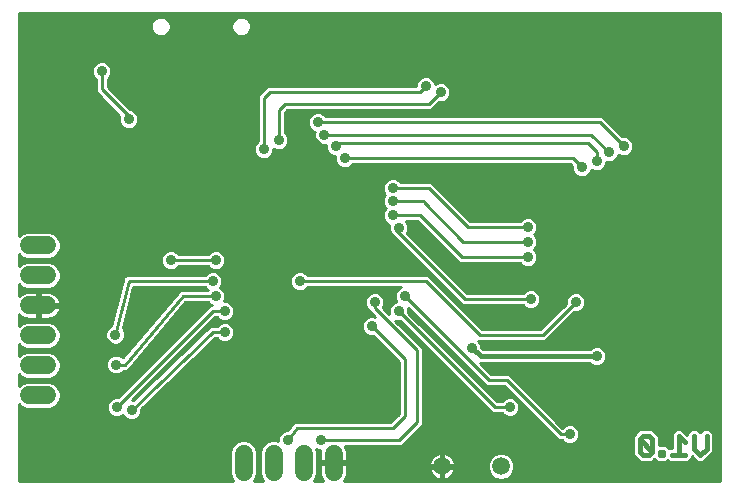
<source format=gbl>
G75*
%MOIN*%
%OFA0B0*%
%FSLAX25Y25*%
%IPPOS*%
%LPD*%
%AMOC8*
5,1,8,0,0,1.08239X$1,22.5*
%
%ADD10C,0.01600*%
%ADD11C,0.05937*%
%ADD12C,0.06000*%
%ADD13C,0.01000*%
%ADD14C,0.03569*%
D10*
X0189500Y0083100D02*
X0192500Y0080500D01*
X0231200Y0080500D01*
X0246591Y0053925D02*
X0245544Y0052879D01*
X0249730Y0048693D01*
X0248684Y0047646D01*
X0246591Y0047646D01*
X0245544Y0048693D01*
X0245544Y0052879D01*
X0246591Y0053925D02*
X0248684Y0053925D01*
X0249730Y0052879D01*
X0249730Y0048693D01*
X0252309Y0048693D02*
X0252309Y0047646D01*
X0253355Y0047646D01*
X0253355Y0048693D01*
X0252309Y0048693D01*
X0256419Y0047646D02*
X0260606Y0047646D01*
X0258513Y0047646D02*
X0258513Y0053925D01*
X0260606Y0051832D01*
X0263670Y0049739D02*
X0263670Y0053925D01*
X0267856Y0053925D02*
X0267856Y0049739D01*
X0265763Y0047646D01*
X0263670Y0049739D01*
D11*
X0199337Y0043854D03*
X0179652Y0043854D03*
D12*
X0143500Y0042000D02*
X0143500Y0048000D01*
X0133500Y0048000D02*
X0133500Y0042000D01*
X0123500Y0042000D02*
X0123500Y0048000D01*
X0113500Y0048000D02*
X0113500Y0042000D01*
X0048000Y0067500D02*
X0042000Y0067500D01*
X0042000Y0077500D02*
X0048000Y0077500D01*
X0048000Y0087500D02*
X0042000Y0087500D01*
X0042000Y0097500D02*
X0048000Y0097500D01*
X0048000Y0107500D02*
X0042000Y0107500D01*
X0042000Y0117500D02*
X0048000Y0117500D01*
D13*
X0038700Y0064436D02*
X0038700Y0039000D01*
X0110136Y0039000D01*
X0109685Y0039451D01*
X0109000Y0041105D01*
X0109000Y0048895D01*
X0109685Y0050549D01*
X0110951Y0051815D01*
X0112605Y0052500D01*
X0114395Y0052500D01*
X0116049Y0051815D01*
X0117315Y0050549D01*
X0118000Y0048895D01*
X0118000Y0041105D01*
X0117315Y0039451D01*
X0116864Y0039000D01*
X0120136Y0039000D01*
X0119685Y0039451D01*
X0119000Y0041105D01*
X0119000Y0048895D01*
X0119685Y0050549D01*
X0120951Y0051815D01*
X0122605Y0052500D01*
X0124395Y0052500D01*
X0124916Y0052284D01*
X0124916Y0053153D01*
X0125416Y0054360D01*
X0126340Y0055284D01*
X0127547Y0055784D01*
X0128163Y0055784D01*
X0129200Y0057167D01*
X0129200Y0057328D01*
X0129685Y0057814D01*
X0130097Y0058363D01*
X0130257Y0058386D01*
X0130372Y0058500D01*
X0131058Y0058500D01*
X0131737Y0058597D01*
X0131867Y0058500D01*
X0162372Y0058500D01*
X0165200Y0061328D01*
X0165200Y0078672D01*
X0156656Y0087216D01*
X0155547Y0087216D01*
X0154340Y0087716D01*
X0153416Y0088640D01*
X0152916Y0089847D01*
X0152916Y0091153D01*
X0153416Y0092360D01*
X0154340Y0093284D01*
X0155547Y0093784D01*
X0156853Y0093784D01*
X0157253Y0093619D01*
X0155200Y0095672D01*
X0155200Y0095855D01*
X0154416Y0096640D01*
X0153916Y0097847D01*
X0153916Y0099153D01*
X0154416Y0100360D01*
X0155340Y0101284D01*
X0156547Y0101784D01*
X0157853Y0101784D01*
X0159060Y0101284D01*
X0159984Y0100360D01*
X0160484Y0099153D01*
X0160484Y0097847D01*
X0159984Y0096640D01*
X0159937Y0096592D01*
X0162081Y0094447D01*
X0161916Y0094847D01*
X0161916Y0096153D01*
X0162416Y0097360D01*
X0163340Y0098284D01*
X0164384Y0098717D01*
X0163916Y0099847D01*
X0163916Y0101153D01*
X0164416Y0102360D01*
X0165340Y0103284D01*
X0165861Y0103500D01*
X0134845Y0103500D01*
X0134060Y0102716D01*
X0132853Y0102216D01*
X0131547Y0102216D01*
X0130340Y0102716D01*
X0129416Y0103640D01*
X0128916Y0104847D01*
X0128916Y0106153D01*
X0129416Y0107360D01*
X0130340Y0108284D01*
X0131547Y0108784D01*
X0132853Y0108784D01*
X0134060Y0108284D01*
X0134845Y0107500D01*
X0175028Y0107500D01*
X0193028Y0089500D01*
X0212372Y0089500D01*
X0220916Y0098044D01*
X0220916Y0099153D01*
X0221416Y0100360D01*
X0222340Y0101284D01*
X0223547Y0101784D01*
X0224853Y0101784D01*
X0226060Y0101284D01*
X0226984Y0100360D01*
X0227484Y0099153D01*
X0227484Y0097847D01*
X0226984Y0096640D01*
X0226060Y0095716D01*
X0224853Y0095216D01*
X0223744Y0095216D01*
X0214028Y0085500D01*
X0191745Y0085500D01*
X0192284Y0084960D01*
X0192784Y0083753D01*
X0192784Y0083297D01*
X0193358Y0082800D01*
X0228855Y0082800D01*
X0229340Y0083284D01*
X0230547Y0083784D01*
X0231853Y0083784D01*
X0233060Y0083284D01*
X0233984Y0082360D01*
X0234484Y0081153D01*
X0234484Y0079847D01*
X0233984Y0078640D01*
X0233060Y0077716D01*
X0231853Y0077216D01*
X0230547Y0077216D01*
X0229340Y0077716D01*
X0228855Y0078200D01*
X0192582Y0078200D01*
X0192345Y0078183D01*
X0196028Y0074500D01*
X0202028Y0074500D01*
X0203200Y0073328D01*
X0219792Y0056737D01*
X0220340Y0057284D01*
X0221547Y0057784D01*
X0222853Y0057784D01*
X0224060Y0057284D01*
X0224984Y0056360D01*
X0225484Y0055153D01*
X0225484Y0053847D01*
X0224984Y0052640D01*
X0224060Y0051716D01*
X0222853Y0051216D01*
X0221547Y0051216D01*
X0220340Y0051716D01*
X0219555Y0052500D01*
X0218372Y0052500D01*
X0200372Y0070500D01*
X0194372Y0070500D01*
X0168319Y0096553D01*
X0168484Y0096153D01*
X0168484Y0095044D01*
X0198028Y0065500D01*
X0199555Y0065500D01*
X0200340Y0066284D01*
X0201547Y0066784D01*
X0202853Y0066784D01*
X0204060Y0066284D01*
X0204984Y0065360D01*
X0205484Y0064153D01*
X0205484Y0062847D01*
X0204984Y0061640D01*
X0204060Y0060716D01*
X0202853Y0060216D01*
X0201547Y0060216D01*
X0200340Y0060716D01*
X0199555Y0061500D01*
X0196372Y0061500D01*
X0165656Y0092216D01*
X0164547Y0092216D01*
X0164147Y0092381D01*
X0172028Y0084500D01*
X0173200Y0083328D01*
X0173200Y0057672D01*
X0167200Y0051672D01*
X0166028Y0050500D01*
X0147246Y0050500D01*
X0147349Y0050359D01*
X0147670Y0049727D01*
X0147889Y0049054D01*
X0148000Y0048354D01*
X0148000Y0045500D01*
X0144000Y0045500D01*
X0144000Y0044500D01*
X0148000Y0044500D01*
X0148000Y0041646D01*
X0147889Y0040946D01*
X0147670Y0040273D01*
X0147349Y0039641D01*
X0146932Y0039068D01*
X0146864Y0039000D01*
X0272401Y0039000D01*
X0272401Y0194850D01*
X0038700Y0194850D01*
X0038700Y0120564D01*
X0039451Y0121315D01*
X0041105Y0122000D01*
X0048895Y0122000D01*
X0050549Y0121315D01*
X0051815Y0120049D01*
X0052500Y0118395D01*
X0052500Y0116605D01*
X0051815Y0114951D01*
X0050549Y0113685D01*
X0048895Y0113000D01*
X0041105Y0113000D01*
X0039451Y0113685D01*
X0038700Y0114436D01*
X0038700Y0110564D01*
X0039451Y0111315D01*
X0041105Y0112000D01*
X0048895Y0112000D01*
X0050549Y0111315D01*
X0051815Y0110049D01*
X0052500Y0108395D01*
X0052500Y0106605D01*
X0051815Y0104951D01*
X0050549Y0103685D01*
X0048895Y0103000D01*
X0041105Y0103000D01*
X0039451Y0103685D01*
X0038700Y0104436D01*
X0038700Y0100564D01*
X0039068Y0100932D01*
X0039641Y0101349D01*
X0040273Y0101670D01*
X0040946Y0101889D01*
X0041646Y0102000D01*
X0044500Y0102000D01*
X0044500Y0098000D01*
X0045500Y0098000D01*
X0045500Y0102000D01*
X0048354Y0102000D01*
X0049054Y0101889D01*
X0049727Y0101670D01*
X0050359Y0101349D01*
X0050932Y0100932D01*
X0051432Y0100432D01*
X0051849Y0099859D01*
X0052170Y0099227D01*
X0052389Y0098554D01*
X0052477Y0098000D01*
X0045500Y0098000D01*
X0045500Y0097000D01*
X0052477Y0097000D01*
X0052389Y0096446D01*
X0052170Y0095773D01*
X0051849Y0095141D01*
X0051432Y0094568D01*
X0050932Y0094068D01*
X0050359Y0093651D01*
X0049727Y0093330D01*
X0049054Y0093111D01*
X0048354Y0093000D01*
X0045500Y0093000D01*
X0045500Y0097000D01*
X0044500Y0097000D01*
X0044500Y0093000D01*
X0041646Y0093000D01*
X0040946Y0093111D01*
X0040273Y0093330D01*
X0039641Y0093651D01*
X0039068Y0094068D01*
X0038700Y0094436D01*
X0038700Y0090564D01*
X0039451Y0091315D01*
X0041105Y0092000D01*
X0048895Y0092000D01*
X0050549Y0091315D01*
X0051815Y0090049D01*
X0052500Y0088395D01*
X0052500Y0086605D01*
X0051815Y0084951D01*
X0050549Y0083685D01*
X0048895Y0083000D01*
X0041105Y0083000D01*
X0039451Y0083685D01*
X0038700Y0084436D01*
X0038700Y0080564D01*
X0039451Y0081315D01*
X0041105Y0082000D01*
X0048895Y0082000D01*
X0050549Y0081315D01*
X0051815Y0080049D01*
X0052500Y0078395D01*
X0052500Y0076605D01*
X0051815Y0074951D01*
X0050549Y0073685D01*
X0048895Y0073000D01*
X0041105Y0073000D01*
X0039451Y0073685D01*
X0038700Y0074436D01*
X0038700Y0070564D01*
X0039451Y0071315D01*
X0041105Y0072000D01*
X0048895Y0072000D01*
X0050549Y0071315D01*
X0051815Y0070049D01*
X0052500Y0068395D01*
X0052500Y0066605D01*
X0051815Y0064951D01*
X0050549Y0063685D01*
X0048895Y0063000D01*
X0041105Y0063000D01*
X0039451Y0063685D01*
X0038700Y0064436D01*
X0038700Y0063461D02*
X0039991Y0063461D01*
X0038700Y0062463D02*
X0068075Y0062463D01*
X0067916Y0062847D02*
X0068416Y0061640D01*
X0069340Y0060716D01*
X0070547Y0060216D01*
X0071853Y0060216D01*
X0073060Y0060716D01*
X0073289Y0060945D01*
X0073416Y0060640D01*
X0074340Y0059716D01*
X0075547Y0059216D01*
X0076853Y0059216D01*
X0078060Y0059716D01*
X0078984Y0060640D01*
X0079484Y0061847D01*
X0079484Y0062886D01*
X0104006Y0086500D01*
X0104555Y0086500D01*
X0105340Y0085716D01*
X0106547Y0085216D01*
X0107853Y0085216D01*
X0109060Y0085716D01*
X0109984Y0086640D01*
X0110484Y0087847D01*
X0110484Y0089153D01*
X0109984Y0090360D01*
X0109060Y0091284D01*
X0107853Y0091784D01*
X0106547Y0091784D01*
X0105340Y0091284D01*
X0104555Y0090500D01*
X0103219Y0090500D01*
X0102409Y0090515D01*
X0102394Y0090500D01*
X0102372Y0090500D01*
X0101799Y0089928D01*
X0076727Y0065784D01*
X0076313Y0065784D01*
X0104028Y0093500D01*
X0104555Y0093500D01*
X0105340Y0092716D01*
X0106547Y0092216D01*
X0107853Y0092216D01*
X0109060Y0092716D01*
X0109984Y0093640D01*
X0110484Y0094847D01*
X0110484Y0096153D01*
X0109984Y0097360D01*
X0109060Y0098284D01*
X0107853Y0098784D01*
X0107044Y0098784D01*
X0107484Y0099847D01*
X0107484Y0101153D01*
X0106984Y0102360D01*
X0106060Y0103284D01*
X0105755Y0103411D01*
X0105984Y0103640D01*
X0106484Y0104847D01*
X0106484Y0106153D01*
X0105984Y0107360D01*
X0105060Y0108284D01*
X0103853Y0108784D01*
X0102547Y0108784D01*
X0101340Y0108284D01*
X0100555Y0107500D01*
X0075444Y0107500D01*
X0074877Y0107641D01*
X0074644Y0107500D01*
X0074372Y0107500D01*
X0073959Y0107087D01*
X0073458Y0106786D01*
X0073393Y0106521D01*
X0073200Y0106328D01*
X0073200Y0105744D01*
X0069466Y0090691D01*
X0068920Y0090464D01*
X0067996Y0089540D01*
X0067496Y0088333D01*
X0067496Y0087027D01*
X0067996Y0085820D01*
X0068920Y0084896D01*
X0070127Y0084396D01*
X0071433Y0084396D01*
X0072640Y0084896D01*
X0073564Y0085820D01*
X0074064Y0087027D01*
X0074064Y0088333D01*
X0073564Y0089540D01*
X0073354Y0089750D01*
X0076765Y0103500D01*
X0100555Y0103500D01*
X0101340Y0102716D01*
X0101645Y0102589D01*
X0101555Y0102500D01*
X0093936Y0102500D01*
X0093865Y0102560D01*
X0093119Y0102500D01*
X0092372Y0102500D01*
X0092306Y0102434D01*
X0092213Y0102427D01*
X0091729Y0101857D01*
X0091200Y0101328D01*
X0091200Y0101236D01*
X0073223Y0080102D01*
X0072800Y0080524D01*
X0071593Y0081024D01*
X0070287Y0081024D01*
X0069080Y0080524D01*
X0068156Y0079600D01*
X0067656Y0078393D01*
X0067656Y0077087D01*
X0068156Y0075880D01*
X0069080Y0074956D01*
X0070287Y0074456D01*
X0071593Y0074456D01*
X0072800Y0074956D01*
X0073555Y0075710D01*
X0073921Y0075740D01*
X0074668Y0075740D01*
X0074734Y0075806D01*
X0074827Y0075813D01*
X0075311Y0076383D01*
X0075840Y0076912D01*
X0075840Y0077004D01*
X0094124Y0098500D01*
X0101555Y0098500D01*
X0102340Y0097716D01*
X0102861Y0097500D01*
X0102372Y0097500D01*
X0071656Y0066784D01*
X0070547Y0066784D01*
X0069340Y0066284D01*
X0068416Y0065360D01*
X0067916Y0064153D01*
X0067916Y0062847D01*
X0067916Y0063461D02*
X0050009Y0063461D01*
X0051324Y0064460D02*
X0068043Y0064460D01*
X0068514Y0065458D02*
X0052025Y0065458D01*
X0052439Y0066457D02*
X0069756Y0066457D01*
X0072327Y0067455D02*
X0052500Y0067455D01*
X0052476Y0068454D02*
X0073325Y0068454D01*
X0074324Y0069452D02*
X0052062Y0069452D01*
X0051413Y0070451D02*
X0075322Y0070451D01*
X0076321Y0071449D02*
X0050224Y0071449D01*
X0049973Y0073446D02*
X0078318Y0073446D01*
X0077319Y0072448D02*
X0038700Y0072448D01*
X0038700Y0073446D02*
X0040027Y0073446D01*
X0039776Y0071449D02*
X0038700Y0071449D01*
X0051309Y0074445D02*
X0079316Y0074445D01*
X0080315Y0075443D02*
X0073288Y0075443D01*
X0075370Y0076442D02*
X0081314Y0076442D01*
X0082312Y0077440D02*
X0076211Y0077440D01*
X0077060Y0078439D02*
X0083311Y0078439D01*
X0084309Y0079437D02*
X0077910Y0079437D01*
X0078759Y0080436D02*
X0085308Y0080436D01*
X0086306Y0081434D02*
X0079608Y0081434D01*
X0080458Y0082433D02*
X0087305Y0082433D01*
X0088303Y0083432D02*
X0081307Y0083432D01*
X0082156Y0084430D02*
X0089302Y0084430D01*
X0090300Y0085429D02*
X0083006Y0085429D01*
X0083855Y0086427D02*
X0091299Y0086427D01*
X0092297Y0087426D02*
X0084704Y0087426D01*
X0085554Y0088424D02*
X0093296Y0088424D01*
X0094294Y0089423D02*
X0086403Y0089423D01*
X0087252Y0090421D02*
X0095293Y0090421D01*
X0096291Y0091420D02*
X0088102Y0091420D01*
X0088951Y0092418D02*
X0097290Y0092418D01*
X0098288Y0093417D02*
X0089800Y0093417D01*
X0090650Y0094415D02*
X0099287Y0094415D01*
X0100285Y0095414D02*
X0091499Y0095414D01*
X0092348Y0096412D02*
X0101284Y0096412D01*
X0102282Y0097411D02*
X0093198Y0097411D01*
X0094047Y0098409D02*
X0101646Y0098409D01*
X0103200Y0095500D02*
X0071200Y0063500D01*
X0072457Y0060466D02*
X0073590Y0060466D01*
X0074940Y0059467D02*
X0038700Y0059467D01*
X0038700Y0058469D02*
X0130340Y0058469D01*
X0129342Y0057470D02*
X0038700Y0057470D01*
X0038700Y0056472D02*
X0128679Y0056472D01*
X0126796Y0055473D02*
X0038700Y0055473D01*
X0038700Y0054475D02*
X0125530Y0054475D01*
X0125050Y0053476D02*
X0038700Y0053476D01*
X0038700Y0052478D02*
X0112551Y0052478D01*
X0114449Y0052478D02*
X0122551Y0052478D01*
X0124449Y0052478D02*
X0124916Y0052478D01*
X0128200Y0052500D02*
X0131200Y0056500D01*
X0163200Y0056500D01*
X0167200Y0060500D01*
X0167200Y0079500D01*
X0156200Y0090500D01*
X0152916Y0090421D02*
X0109924Y0090421D01*
X0110373Y0089423D02*
X0153091Y0089423D01*
X0153631Y0088424D02*
X0110484Y0088424D01*
X0110310Y0087426D02*
X0155040Y0087426D01*
X0157445Y0086427D02*
X0109772Y0086427D01*
X0108367Y0085429D02*
X0158443Y0085429D01*
X0159442Y0084430D02*
X0101857Y0084430D01*
X0102894Y0085429D02*
X0106033Y0085429D01*
X0104628Y0086427D02*
X0103931Y0086427D01*
X0103200Y0088500D02*
X0076200Y0062500D01*
X0079484Y0062463D02*
X0165200Y0062463D01*
X0165200Y0063461D02*
X0080082Y0063461D01*
X0081119Y0064460D02*
X0165200Y0064460D01*
X0165200Y0065458D02*
X0082155Y0065458D01*
X0083192Y0066457D02*
X0165200Y0066457D01*
X0165200Y0067455D02*
X0084229Y0067455D01*
X0085266Y0068454D02*
X0165200Y0068454D01*
X0165200Y0069452D02*
X0086303Y0069452D01*
X0087340Y0070451D02*
X0165200Y0070451D01*
X0165200Y0071449D02*
X0088377Y0071449D01*
X0089414Y0072448D02*
X0165200Y0072448D01*
X0165200Y0073446D02*
X0090451Y0073446D01*
X0091488Y0074445D02*
X0165200Y0074445D01*
X0165200Y0075443D02*
X0092525Y0075443D01*
X0093561Y0076442D02*
X0165200Y0076442D01*
X0165200Y0077440D02*
X0094598Y0077440D01*
X0095635Y0078439D02*
X0165200Y0078439D01*
X0164434Y0079437D02*
X0096672Y0079437D01*
X0097709Y0080436D02*
X0163436Y0080436D01*
X0162437Y0081434D02*
X0098746Y0081434D01*
X0099783Y0082433D02*
X0161439Y0082433D01*
X0160440Y0083432D02*
X0100820Y0083432D01*
X0098164Y0086427D02*
X0096955Y0086427D01*
X0097127Y0085429D02*
X0095957Y0085429D01*
X0096090Y0084430D02*
X0094958Y0084430D01*
X0095053Y0083432D02*
X0093960Y0083432D01*
X0094016Y0082433D02*
X0092961Y0082433D01*
X0092979Y0081434D02*
X0091963Y0081434D01*
X0091943Y0080436D02*
X0090964Y0080436D01*
X0090906Y0079437D02*
X0089966Y0079437D01*
X0089869Y0078439D02*
X0088967Y0078439D01*
X0088832Y0077440D02*
X0087969Y0077440D01*
X0087795Y0076442D02*
X0086970Y0076442D01*
X0086758Y0075443D02*
X0085972Y0075443D01*
X0085721Y0074445D02*
X0084973Y0074445D01*
X0084684Y0073446D02*
X0083975Y0073446D01*
X0083647Y0072448D02*
X0082976Y0072448D01*
X0082610Y0071449D02*
X0081978Y0071449D01*
X0081573Y0070451D02*
X0080979Y0070451D01*
X0080536Y0069452D02*
X0079981Y0069452D01*
X0079500Y0068454D02*
X0078982Y0068454D01*
X0078463Y0067455D02*
X0077984Y0067455D01*
X0077426Y0066457D02*
X0076985Y0066457D01*
X0079326Y0061464D02*
X0165200Y0061464D01*
X0164337Y0060466D02*
X0078810Y0060466D01*
X0077460Y0059467D02*
X0163339Y0059467D01*
X0165200Y0052500D02*
X0171200Y0058500D01*
X0171200Y0082500D01*
X0157200Y0096500D01*
X0157200Y0098500D01*
X0160484Y0098409D02*
X0163641Y0098409D01*
X0164098Y0099408D02*
X0160379Y0099408D01*
X0159938Y0100406D02*
X0163916Y0100406D01*
X0164020Y0101405D02*
X0158770Y0101405D01*
X0155630Y0101405D02*
X0107380Y0101405D01*
X0107484Y0100406D02*
X0154462Y0100406D01*
X0154021Y0099408D02*
X0107302Y0099408D01*
X0108759Y0098409D02*
X0153916Y0098409D01*
X0154096Y0097411D02*
X0109934Y0097411D01*
X0110377Y0096412D02*
X0154643Y0096412D01*
X0155458Y0095414D02*
X0110484Y0095414D01*
X0110305Y0094415D02*
X0156456Y0094415D01*
X0154659Y0093417D02*
X0109761Y0093417D01*
X0108342Y0092418D02*
X0153473Y0092418D01*
X0153026Y0091420D02*
X0108734Y0091420D01*
X0106058Y0092418D02*
X0102947Y0092418D01*
X0103945Y0093417D02*
X0104639Y0093417D01*
X0105666Y0091420D02*
X0101948Y0091420D01*
X0102293Y0090421D02*
X0100950Y0090421D01*
X0101275Y0089423D02*
X0099951Y0089423D01*
X0100238Y0088424D02*
X0098952Y0088424D01*
X0099201Y0087426D02*
X0097954Y0087426D01*
X0103200Y0088500D02*
X0107200Y0088500D01*
X0107200Y0095500D02*
X0103200Y0095500D01*
X0104200Y0100500D02*
X0093200Y0100500D01*
X0073840Y0077740D01*
X0070940Y0077740D01*
X0068592Y0075443D02*
X0052019Y0075443D01*
X0052432Y0076442D02*
X0067923Y0076442D01*
X0067656Y0077440D02*
X0052500Y0077440D01*
X0052482Y0078439D02*
X0067675Y0078439D01*
X0068088Y0079437D02*
X0052068Y0079437D01*
X0051428Y0080436D02*
X0068991Y0080436D01*
X0072889Y0080436D02*
X0073508Y0080436D01*
X0074357Y0081434D02*
X0050260Y0081434D01*
X0049937Y0083432D02*
X0076056Y0083432D01*
X0076905Y0084430D02*
X0071516Y0084430D01*
X0070044Y0084430D02*
X0051294Y0084430D01*
X0052013Y0085429D02*
X0068387Y0085429D01*
X0067744Y0086427D02*
X0052426Y0086427D01*
X0052500Y0087426D02*
X0067496Y0087426D01*
X0067533Y0088424D02*
X0052488Y0088424D01*
X0052074Y0089423D02*
X0067947Y0089423D01*
X0068876Y0090421D02*
X0051443Y0090421D01*
X0050296Y0091420D02*
X0069647Y0091420D01*
X0069895Y0092418D02*
X0038700Y0092418D01*
X0038700Y0091420D02*
X0039704Y0091420D01*
X0040102Y0093417D02*
X0038700Y0093417D01*
X0038700Y0094415D02*
X0038721Y0094415D01*
X0044500Y0094415D02*
X0045500Y0094415D01*
X0045500Y0093417D02*
X0044500Y0093417D01*
X0044500Y0095414D02*
X0045500Y0095414D01*
X0045500Y0096412D02*
X0044500Y0096412D01*
X0045500Y0097411D02*
X0071133Y0097411D01*
X0071381Y0098409D02*
X0052412Y0098409D01*
X0052078Y0099408D02*
X0071628Y0099408D01*
X0071876Y0100406D02*
X0051451Y0100406D01*
X0050249Y0101405D02*
X0072124Y0101405D01*
X0072371Y0102403D02*
X0038700Y0102403D01*
X0038700Y0101405D02*
X0039751Y0101405D01*
X0040135Y0103402D02*
X0038700Y0103402D01*
X0038700Y0104400D02*
X0038736Y0104400D01*
X0044500Y0101405D02*
X0045500Y0101405D01*
X0045500Y0100406D02*
X0044500Y0100406D01*
X0044500Y0099408D02*
X0045500Y0099408D01*
X0045500Y0098409D02*
X0044500Y0098409D01*
X0049898Y0093417D02*
X0070142Y0093417D01*
X0070390Y0094415D02*
X0051279Y0094415D01*
X0051987Y0095414D02*
X0070638Y0095414D01*
X0070885Y0096412D02*
X0052378Y0096412D01*
X0049865Y0103402D02*
X0072619Y0103402D01*
X0072867Y0104400D02*
X0051264Y0104400D01*
X0052000Y0105399D02*
X0073114Y0105399D01*
X0073269Y0106397D02*
X0052414Y0106397D01*
X0052500Y0107396D02*
X0074267Y0107396D01*
X0075200Y0105500D02*
X0070780Y0087680D01*
X0073816Y0086427D02*
X0078604Y0086427D01*
X0079453Y0087426D02*
X0074064Y0087426D01*
X0074027Y0088424D02*
X0080302Y0088424D01*
X0081152Y0089423D02*
X0073613Y0089423D01*
X0073520Y0090421D02*
X0082001Y0090421D01*
X0082850Y0091420D02*
X0073768Y0091420D01*
X0074016Y0092418D02*
X0083700Y0092418D01*
X0084549Y0093417D02*
X0074263Y0093417D01*
X0074511Y0094415D02*
X0085398Y0094415D01*
X0086248Y0095414D02*
X0074759Y0095414D01*
X0075006Y0096412D02*
X0087097Y0096412D01*
X0087947Y0097411D02*
X0075254Y0097411D01*
X0075502Y0098409D02*
X0088796Y0098409D01*
X0089645Y0099408D02*
X0075749Y0099408D01*
X0075997Y0100406D02*
X0090495Y0100406D01*
X0091276Y0101405D02*
X0076245Y0101405D01*
X0076492Y0102403D02*
X0092193Y0102403D01*
X0100654Y0103402D02*
X0076740Y0103402D01*
X0075200Y0105500D02*
X0103200Y0105500D01*
X0106484Y0105399D02*
X0128916Y0105399D01*
X0129017Y0106397D02*
X0106383Y0106397D01*
X0105949Y0107396D02*
X0129451Y0107396D01*
X0130605Y0108394D02*
X0104795Y0108394D01*
X0104853Y0109216D02*
X0103547Y0109216D01*
X0102340Y0109716D01*
X0101555Y0110500D01*
X0091845Y0110500D01*
X0091060Y0109716D01*
X0089853Y0109216D01*
X0088547Y0109216D01*
X0087340Y0109716D01*
X0086416Y0110640D01*
X0085916Y0111847D01*
X0085916Y0113153D01*
X0086416Y0114360D01*
X0087340Y0115284D01*
X0088547Y0115784D01*
X0089853Y0115784D01*
X0091060Y0115284D01*
X0091845Y0114500D01*
X0101555Y0114500D01*
X0102340Y0115284D01*
X0103547Y0115784D01*
X0104853Y0115784D01*
X0106060Y0115284D01*
X0106984Y0114360D01*
X0107484Y0113153D01*
X0107484Y0111847D01*
X0106984Y0110640D01*
X0106060Y0109716D01*
X0104853Y0109216D01*
X0105281Y0109393D02*
X0174479Y0109393D01*
X0175477Y0108394D02*
X0133795Y0108394D01*
X0132200Y0105500D02*
X0174200Y0105500D01*
X0192200Y0087500D01*
X0213200Y0087500D01*
X0224200Y0098500D01*
X0227484Y0098409D02*
X0272401Y0098409D01*
X0272401Y0097411D02*
X0227304Y0097411D01*
X0226757Y0096412D02*
X0272401Y0096412D01*
X0272401Y0095414D02*
X0225331Y0095414D01*
X0222944Y0094415D02*
X0272401Y0094415D01*
X0272401Y0093417D02*
X0221945Y0093417D01*
X0220947Y0092418D02*
X0272401Y0092418D01*
X0272401Y0091420D02*
X0219948Y0091420D01*
X0218950Y0090421D02*
X0272401Y0090421D01*
X0272401Y0089423D02*
X0217951Y0089423D01*
X0216952Y0088424D02*
X0272401Y0088424D01*
X0272401Y0087426D02*
X0215954Y0087426D01*
X0214955Y0086427D02*
X0272401Y0086427D01*
X0272401Y0085429D02*
X0191816Y0085429D01*
X0192504Y0084430D02*
X0272401Y0084430D01*
X0272401Y0083432D02*
X0232705Y0083432D01*
X0233912Y0082433D02*
X0272401Y0082433D01*
X0272401Y0081434D02*
X0234368Y0081434D01*
X0234484Y0080436D02*
X0272401Y0080436D01*
X0272401Y0079437D02*
X0234315Y0079437D01*
X0233784Y0078439D02*
X0272401Y0078439D01*
X0272401Y0077440D02*
X0232396Y0077440D01*
X0230004Y0077440D02*
X0193088Y0077440D01*
X0194086Y0076442D02*
X0272401Y0076442D01*
X0272401Y0075443D02*
X0195085Y0075443D01*
X0191425Y0073446D02*
X0190082Y0073446D01*
X0190427Y0074445D02*
X0189083Y0074445D01*
X0189428Y0075443D02*
X0188085Y0075443D01*
X0188430Y0076442D02*
X0187086Y0076442D01*
X0187431Y0077440D02*
X0186088Y0077440D01*
X0186433Y0078439D02*
X0185089Y0078439D01*
X0185434Y0079437D02*
X0184091Y0079437D01*
X0184436Y0080436D02*
X0183092Y0080436D01*
X0183437Y0081434D02*
X0182094Y0081434D01*
X0182439Y0082433D02*
X0181095Y0082433D01*
X0181440Y0083432D02*
X0180097Y0083432D01*
X0180442Y0084430D02*
X0179098Y0084430D01*
X0179443Y0085429D02*
X0178100Y0085429D01*
X0178445Y0086427D02*
X0177101Y0086427D01*
X0177446Y0087426D02*
X0176103Y0087426D01*
X0176447Y0088424D02*
X0175104Y0088424D01*
X0175449Y0089423D02*
X0174106Y0089423D01*
X0174450Y0090421D02*
X0173107Y0090421D01*
X0173452Y0091420D02*
X0172109Y0091420D01*
X0172453Y0092418D02*
X0171110Y0092418D01*
X0171455Y0093417D02*
X0170112Y0093417D01*
X0170456Y0094415D02*
X0169113Y0094415D01*
X0169458Y0095414D02*
X0168484Y0095414D01*
X0168459Y0096412D02*
X0168377Y0096412D01*
X0165200Y0095500D02*
X0197200Y0063500D01*
X0202200Y0063500D01*
X0203457Y0060466D02*
X0210406Y0060466D01*
X0209407Y0061464D02*
X0204809Y0061464D01*
X0205325Y0062463D02*
X0208409Y0062463D01*
X0207410Y0063461D02*
X0205484Y0063461D01*
X0205357Y0064460D02*
X0206412Y0064460D01*
X0205413Y0065458D02*
X0204886Y0065458D01*
X0204415Y0066457D02*
X0203644Y0066457D01*
X0203416Y0067455D02*
X0196073Y0067455D01*
X0197072Y0066457D02*
X0200756Y0066457D01*
X0202418Y0068454D02*
X0195075Y0068454D01*
X0194076Y0069452D02*
X0201419Y0069452D01*
X0200421Y0070451D02*
X0193078Y0070451D01*
X0193422Y0071449D02*
X0192079Y0071449D01*
X0192424Y0072448D02*
X0191081Y0072448D01*
X0188419Y0069452D02*
X0173200Y0069452D01*
X0173200Y0068454D02*
X0189418Y0068454D01*
X0190416Y0067455D02*
X0173200Y0067455D01*
X0173200Y0066457D02*
X0191415Y0066457D01*
X0192413Y0065458D02*
X0173200Y0065458D01*
X0173200Y0064460D02*
X0193412Y0064460D01*
X0194410Y0063461D02*
X0173200Y0063461D01*
X0173200Y0062463D02*
X0195409Y0062463D01*
X0199591Y0061464D02*
X0173200Y0061464D01*
X0173200Y0060466D02*
X0200943Y0060466D01*
X0200200Y0059500D02*
X0201200Y0058500D01*
X0211404Y0059467D02*
X0173200Y0059467D01*
X0173200Y0058469D02*
X0212403Y0058469D01*
X0213401Y0057470D02*
X0172999Y0057470D01*
X0172000Y0056472D02*
X0214400Y0056472D01*
X0215398Y0055473D02*
X0171002Y0055473D01*
X0170003Y0054475D02*
X0216397Y0054475D01*
X0217395Y0053476D02*
X0169005Y0053476D01*
X0168006Y0052478D02*
X0219578Y0052478D01*
X0220911Y0051479D02*
X0167008Y0051479D01*
X0165200Y0052500D02*
X0139200Y0052500D01*
X0137904Y0049482D02*
X0137757Y0049482D01*
X0137726Y0049556D02*
X0138547Y0049216D01*
X0139163Y0049216D01*
X0139111Y0049054D01*
X0139000Y0048354D01*
X0139000Y0045500D01*
X0143000Y0045500D01*
X0143000Y0044500D01*
X0139000Y0044500D01*
X0139000Y0041646D01*
X0139111Y0040946D01*
X0139330Y0040273D01*
X0139651Y0039641D01*
X0140068Y0039068D01*
X0140136Y0039000D01*
X0136864Y0039000D01*
X0137315Y0039451D01*
X0138000Y0041105D01*
X0138000Y0048895D01*
X0137726Y0049556D01*
X0138000Y0048484D02*
X0139021Y0048484D01*
X0139000Y0047485D02*
X0138000Y0047485D01*
X0138000Y0046487D02*
X0139000Y0046487D01*
X0138000Y0045488D02*
X0143000Y0045488D01*
X0144000Y0045488D02*
X0175484Y0045488D01*
X0175511Y0045570D02*
X0175293Y0044901D01*
X0175204Y0044339D01*
X0179168Y0044339D01*
X0179168Y0048302D01*
X0178606Y0048213D01*
X0177937Y0047995D01*
X0177310Y0047676D01*
X0176741Y0047263D01*
X0176244Y0046765D01*
X0175830Y0046196D01*
X0175511Y0045570D01*
X0176041Y0046487D02*
X0148000Y0046487D01*
X0148000Y0047485D02*
X0177047Y0047485D01*
X0179168Y0047485D02*
X0180136Y0047485D01*
X0180136Y0048302D02*
X0180698Y0048213D01*
X0181367Y0047995D01*
X0181994Y0047676D01*
X0182563Y0047263D01*
X0183060Y0046765D01*
X0183474Y0046196D01*
X0183793Y0045570D01*
X0184010Y0044901D01*
X0184099Y0044339D01*
X0180136Y0044339D01*
X0179168Y0044339D01*
X0179168Y0043370D01*
X0180136Y0043370D01*
X0180136Y0039407D01*
X0180698Y0039496D01*
X0181367Y0039713D01*
X0181994Y0040033D01*
X0182563Y0040446D01*
X0183060Y0040943D01*
X0183474Y0041512D01*
X0183793Y0042139D01*
X0184010Y0042808D01*
X0184099Y0043370D01*
X0180136Y0043370D01*
X0180136Y0044339D01*
X0180136Y0048302D01*
X0180136Y0046487D02*
X0179168Y0046487D01*
X0179168Y0045488D02*
X0180136Y0045488D01*
X0180136Y0044490D02*
X0179168Y0044490D01*
X0179168Y0043491D02*
X0148000Y0043491D01*
X0148000Y0042493D02*
X0175396Y0042493D01*
X0175293Y0042808D02*
X0175511Y0042139D01*
X0175830Y0041512D01*
X0176244Y0040943D01*
X0176741Y0040446D01*
X0177310Y0040033D01*
X0177937Y0039713D01*
X0178606Y0039496D01*
X0179168Y0039407D01*
X0179168Y0043370D01*
X0175204Y0043370D01*
X0175293Y0042808D01*
X0175843Y0041494D02*
X0147976Y0041494D01*
X0147743Y0040496D02*
X0176691Y0040496D01*
X0178602Y0039497D02*
X0147244Y0039497D01*
X0148000Y0044490D02*
X0175228Y0044490D01*
X0179168Y0042493D02*
X0180136Y0042493D01*
X0180136Y0043491D02*
X0194869Y0043491D01*
X0194869Y0042965D02*
X0195549Y0041323D01*
X0196806Y0040066D01*
X0198448Y0039386D01*
X0200226Y0039386D01*
X0201868Y0040066D01*
X0203125Y0041323D01*
X0203805Y0042965D01*
X0203805Y0044743D01*
X0203125Y0046386D01*
X0201868Y0047643D01*
X0200226Y0048323D01*
X0198448Y0048323D01*
X0196806Y0047643D01*
X0195549Y0046386D01*
X0194869Y0044743D01*
X0194869Y0042965D01*
X0195064Y0042493D02*
X0183908Y0042493D01*
X0183460Y0041494D02*
X0195478Y0041494D01*
X0196376Y0040496D02*
X0182613Y0040496D01*
X0180702Y0039497D02*
X0198180Y0039497D01*
X0200494Y0039497D02*
X0272401Y0039497D01*
X0272401Y0040496D02*
X0202298Y0040496D01*
X0203196Y0041494D02*
X0272401Y0041494D01*
X0272401Y0042493D02*
X0203610Y0042493D01*
X0203805Y0043491D02*
X0272401Y0043491D01*
X0272401Y0044490D02*
X0203805Y0044490D01*
X0203497Y0045488D02*
X0245496Y0045488D01*
X0245638Y0045346D02*
X0244291Y0046693D01*
X0243244Y0047740D01*
X0243244Y0053831D01*
X0244283Y0054870D01*
X0244291Y0054878D01*
X0244291Y0054878D01*
X0244828Y0055416D01*
X0245638Y0056225D01*
X0249636Y0056225D01*
X0250423Y0055439D01*
X0250984Y0054878D01*
X0250984Y0054878D01*
X0251244Y0054618D01*
X0252030Y0053831D01*
X0252030Y0050993D01*
X0254308Y0050993D01*
X0255411Y0049890D01*
X0255467Y0049946D01*
X0256213Y0049946D01*
X0256213Y0054878D01*
X0257540Y0056206D01*
X0257560Y0056225D01*
X0259465Y0056225D01*
X0261370Y0054321D01*
X0261370Y0054878D01*
X0262717Y0056225D01*
X0264622Y0056225D01*
X0265763Y0055085D01*
X0266903Y0056225D01*
X0268809Y0056225D01*
X0270156Y0054878D01*
X0270156Y0050692D01*
X0270156Y0048786D01*
X0268063Y0046693D01*
X0266716Y0045346D01*
X0264810Y0045346D01*
X0262906Y0047250D01*
X0262906Y0046693D01*
X0261558Y0045346D01*
X0255467Y0045346D01*
X0254887Y0045925D01*
X0254308Y0045346D01*
X0251356Y0045346D01*
X0250496Y0046206D01*
X0249636Y0045346D01*
X0245638Y0045346D01*
X0244497Y0046487D02*
X0203024Y0046487D01*
X0202026Y0047485D02*
X0243499Y0047485D01*
X0243244Y0048484D02*
X0147979Y0048484D01*
X0147750Y0049482D02*
X0243244Y0049482D01*
X0243244Y0050481D02*
X0147260Y0050481D01*
X0139000Y0044490D02*
X0138000Y0044490D01*
X0138000Y0043491D02*
X0139000Y0043491D01*
X0139000Y0042493D02*
X0138000Y0042493D01*
X0138000Y0041494D02*
X0139024Y0041494D01*
X0139257Y0040496D02*
X0137748Y0040496D01*
X0137334Y0039497D02*
X0139756Y0039497D01*
X0119666Y0039497D02*
X0117334Y0039497D01*
X0117748Y0040496D02*
X0119252Y0040496D01*
X0119000Y0041494D02*
X0118000Y0041494D01*
X0118000Y0042493D02*
X0119000Y0042493D01*
X0119000Y0043491D02*
X0118000Y0043491D01*
X0118000Y0044490D02*
X0119000Y0044490D01*
X0119000Y0045488D02*
X0118000Y0045488D01*
X0118000Y0046487D02*
X0119000Y0046487D01*
X0119000Y0047485D02*
X0118000Y0047485D01*
X0118000Y0048484D02*
X0119000Y0048484D01*
X0119243Y0049482D02*
X0117757Y0049482D01*
X0117343Y0050481D02*
X0119657Y0050481D01*
X0120615Y0051479D02*
X0116385Y0051479D01*
X0110615Y0051479D02*
X0038700Y0051479D01*
X0038700Y0050481D02*
X0109657Y0050481D01*
X0109243Y0049482D02*
X0038700Y0049482D01*
X0038700Y0048484D02*
X0109000Y0048484D01*
X0109000Y0047485D02*
X0038700Y0047485D01*
X0038700Y0046487D02*
X0109000Y0046487D01*
X0109000Y0045488D02*
X0038700Y0045488D01*
X0038700Y0044490D02*
X0109000Y0044490D01*
X0109000Y0043491D02*
X0038700Y0043491D01*
X0038700Y0042493D02*
X0109000Y0042493D01*
X0109000Y0041494D02*
X0038700Y0041494D01*
X0038700Y0040496D02*
X0109252Y0040496D01*
X0109666Y0039497D02*
X0038700Y0039497D01*
X0038700Y0060466D02*
X0069943Y0060466D01*
X0068591Y0061464D02*
X0038700Y0061464D01*
X0038700Y0081434D02*
X0039740Y0081434D01*
X0038700Y0082433D02*
X0075206Y0082433D01*
X0073173Y0085429D02*
X0077754Y0085429D01*
X0105777Y0103402D02*
X0129654Y0103402D01*
X0129101Y0104400D02*
X0106299Y0104400D01*
X0106941Y0102403D02*
X0131094Y0102403D01*
X0133306Y0102403D02*
X0164459Y0102403D01*
X0165623Y0103402D02*
X0134746Y0103402D01*
X0160304Y0097411D02*
X0162466Y0097411D01*
X0162023Y0096412D02*
X0160116Y0096412D01*
X0161115Y0095414D02*
X0161916Y0095414D01*
X0165109Y0091420D02*
X0166452Y0091420D01*
X0166107Y0090421D02*
X0167450Y0090421D01*
X0167106Y0089423D02*
X0168449Y0089423D01*
X0168104Y0088424D02*
X0169447Y0088424D01*
X0169103Y0087426D02*
X0170446Y0087426D01*
X0170101Y0086427D02*
X0171445Y0086427D01*
X0171100Y0085429D02*
X0172443Y0085429D01*
X0172098Y0084430D02*
X0173442Y0084430D01*
X0173097Y0083432D02*
X0174440Y0083432D01*
X0175439Y0082433D02*
X0173200Y0082433D01*
X0173200Y0081434D02*
X0176437Y0081434D01*
X0177436Y0080436D02*
X0173200Y0080436D01*
X0173200Y0079437D02*
X0178434Y0079437D01*
X0179433Y0078439D02*
X0173200Y0078439D01*
X0173200Y0077440D02*
X0180431Y0077440D01*
X0181430Y0076442D02*
X0173200Y0076442D01*
X0173200Y0075443D02*
X0182428Y0075443D01*
X0183427Y0074445D02*
X0173200Y0074445D01*
X0173200Y0073446D02*
X0184425Y0073446D01*
X0185424Y0072448D02*
X0173200Y0072448D01*
X0173200Y0071449D02*
X0186422Y0071449D01*
X0187421Y0070451D02*
X0173200Y0070451D01*
X0195200Y0072500D02*
X0167200Y0100500D01*
X0176131Y0106397D02*
X0177474Y0106397D01*
X0177130Y0105399D02*
X0178473Y0105399D01*
X0178128Y0104400D02*
X0179471Y0104400D01*
X0179127Y0103402D02*
X0180470Y0103402D01*
X0180125Y0102403D02*
X0181468Y0102403D01*
X0181124Y0101405D02*
X0182467Y0101405D01*
X0182122Y0100406D02*
X0183465Y0100406D01*
X0183121Y0099408D02*
X0184464Y0099408D01*
X0185200Y0098672D02*
X0186372Y0097500D01*
X0206555Y0097500D01*
X0207340Y0096716D01*
X0208547Y0096216D01*
X0209853Y0096216D01*
X0211060Y0096716D01*
X0211984Y0097640D01*
X0212484Y0098847D01*
X0212484Y0100153D01*
X0211984Y0101360D01*
X0211060Y0102284D01*
X0209853Y0102784D01*
X0208547Y0102784D01*
X0207340Y0102284D01*
X0206555Y0101500D01*
X0188028Y0101500D01*
X0168019Y0121510D01*
X0168484Y0122634D01*
X0168484Y0123941D01*
X0167984Y0125148D01*
X0167632Y0125500D01*
X0171372Y0125500D01*
X0184200Y0112672D01*
X0185372Y0111500D01*
X0205555Y0111500D01*
X0206340Y0110716D01*
X0207547Y0110216D01*
X0208853Y0110216D01*
X0210060Y0110716D01*
X0210984Y0111640D01*
X0211484Y0112847D01*
X0211484Y0114153D01*
X0210984Y0115360D01*
X0210238Y0116106D01*
X0210984Y0116852D01*
X0211484Y0118059D01*
X0211484Y0119366D01*
X0210984Y0120573D01*
X0210451Y0121106D01*
X0210984Y0121640D01*
X0211484Y0122847D01*
X0211484Y0124153D01*
X0210984Y0125360D01*
X0210060Y0126284D01*
X0208853Y0126784D01*
X0207547Y0126784D01*
X0206340Y0126284D01*
X0205555Y0125500D01*
X0189028Y0125500D01*
X0176028Y0138500D01*
X0165845Y0138500D01*
X0165060Y0139284D01*
X0163853Y0139784D01*
X0162547Y0139784D01*
X0161340Y0139284D01*
X0160416Y0138360D01*
X0159916Y0137153D01*
X0159916Y0135847D01*
X0160416Y0134640D01*
X0160752Y0134303D01*
X0160416Y0133967D01*
X0159916Y0132760D01*
X0159916Y0131453D01*
X0160416Y0130246D01*
X0160859Y0129803D01*
X0160416Y0129360D01*
X0159916Y0128153D01*
X0159916Y0126847D01*
X0160416Y0125640D01*
X0161340Y0124716D01*
X0162105Y0124399D01*
X0161916Y0123941D01*
X0161916Y0122634D01*
X0162200Y0121948D01*
X0162200Y0121672D01*
X0162395Y0121476D01*
X0162416Y0121427D01*
X0163340Y0120503D01*
X0163389Y0120483D01*
X0185200Y0098672D01*
X0185462Y0098409D02*
X0184119Y0098409D01*
X0185118Y0097411D02*
X0206645Y0097411D01*
X0208073Y0096412D02*
X0186116Y0096412D01*
X0187115Y0095414D02*
X0218285Y0095414D01*
X0219284Y0096412D02*
X0210327Y0096412D01*
X0211755Y0097411D02*
X0220282Y0097411D01*
X0220916Y0098409D02*
X0212303Y0098409D01*
X0212484Y0099408D02*
X0221021Y0099408D01*
X0221462Y0100406D02*
X0212379Y0100406D01*
X0211940Y0101405D02*
X0222630Y0101405D01*
X0225770Y0101405D02*
X0272401Y0101405D01*
X0272401Y0102403D02*
X0210773Y0102403D01*
X0207627Y0102403D02*
X0187125Y0102403D01*
X0186127Y0103402D02*
X0272401Y0103402D01*
X0272401Y0104400D02*
X0185128Y0104400D01*
X0184130Y0105399D02*
X0272401Y0105399D01*
X0272401Y0106397D02*
X0183131Y0106397D01*
X0182133Y0107396D02*
X0272401Y0107396D01*
X0272401Y0108394D02*
X0181134Y0108394D01*
X0180136Y0109393D02*
X0272401Y0109393D01*
X0272401Y0110391D02*
X0209277Y0110391D01*
X0210734Y0111390D02*
X0272401Y0111390D01*
X0272401Y0112388D02*
X0211294Y0112388D01*
X0211484Y0113387D02*
X0272401Y0113387D01*
X0272401Y0114385D02*
X0211388Y0114385D01*
X0210961Y0115384D02*
X0272401Y0115384D01*
X0272401Y0116382D02*
X0210514Y0116382D01*
X0211203Y0117381D02*
X0272401Y0117381D01*
X0272401Y0118379D02*
X0211484Y0118379D01*
X0211479Y0119378D02*
X0272401Y0119378D01*
X0272401Y0120376D02*
X0211066Y0120376D01*
X0210720Y0121375D02*
X0272401Y0121375D01*
X0272401Y0122373D02*
X0211288Y0122373D01*
X0211484Y0123372D02*
X0272401Y0123372D01*
X0272401Y0124370D02*
X0211394Y0124370D01*
X0210976Y0125369D02*
X0272401Y0125369D01*
X0272401Y0126368D02*
X0209859Y0126368D01*
X0206541Y0126368D02*
X0188161Y0126368D01*
X0187162Y0127366D02*
X0272401Y0127366D01*
X0272401Y0128365D02*
X0186164Y0128365D01*
X0185165Y0129363D02*
X0272401Y0129363D01*
X0272401Y0130362D02*
X0184167Y0130362D01*
X0183168Y0131360D02*
X0272401Y0131360D01*
X0272401Y0132359D02*
X0182170Y0132359D01*
X0181171Y0133357D02*
X0272401Y0133357D01*
X0272401Y0134356D02*
X0180173Y0134356D01*
X0179174Y0135354D02*
X0272401Y0135354D01*
X0272401Y0136353D02*
X0178176Y0136353D01*
X0177177Y0137351D02*
X0272401Y0137351D01*
X0272401Y0138350D02*
X0176179Y0138350D01*
X0175200Y0136500D02*
X0188200Y0123500D01*
X0208200Y0123500D01*
X0208200Y0118713D02*
X0208090Y0118602D01*
X0186806Y0118602D01*
X0173594Y0131815D01*
X0173594Y0132106D01*
X0163200Y0132106D01*
X0160163Y0133357D02*
X0038700Y0133357D01*
X0038700Y0132359D02*
X0159916Y0132359D01*
X0159954Y0131360D02*
X0038700Y0131360D01*
X0038700Y0130362D02*
X0160368Y0130362D01*
X0160418Y0129363D02*
X0038700Y0129363D01*
X0038700Y0128365D02*
X0160003Y0128365D01*
X0159916Y0127366D02*
X0038700Y0127366D01*
X0038700Y0126368D02*
X0160114Y0126368D01*
X0160686Y0125369D02*
X0038700Y0125369D01*
X0038700Y0124370D02*
X0162094Y0124370D01*
X0161916Y0123372D02*
X0038700Y0123372D01*
X0038700Y0122373D02*
X0162024Y0122373D01*
X0162468Y0121375D02*
X0050404Y0121375D01*
X0051488Y0120376D02*
X0163495Y0120376D01*
X0164494Y0119378D02*
X0052093Y0119378D01*
X0052500Y0118379D02*
X0165492Y0118379D01*
X0166491Y0117381D02*
X0052500Y0117381D01*
X0052408Y0116382D02*
X0167489Y0116382D01*
X0168488Y0115384D02*
X0105820Y0115384D01*
X0106959Y0114385D02*
X0169486Y0114385D01*
X0170485Y0113387D02*
X0107387Y0113387D01*
X0107484Y0112388D02*
X0171483Y0112388D01*
X0172482Y0111390D02*
X0107295Y0111390D01*
X0106736Y0110391D02*
X0173480Y0110391D01*
X0175133Y0107396D02*
X0176476Y0107396D01*
X0179137Y0110391D02*
X0207123Y0110391D01*
X0206200Y0109500D02*
X0204924Y0110106D01*
X0205666Y0111390D02*
X0178139Y0111390D01*
X0177140Y0112388D02*
X0184483Y0112388D01*
X0183485Y0113387D02*
X0176142Y0113387D01*
X0175143Y0114385D02*
X0182486Y0114385D01*
X0181488Y0115384D02*
X0174145Y0115384D01*
X0173146Y0116382D02*
X0180489Y0116382D01*
X0179491Y0117381D02*
X0172148Y0117381D01*
X0171149Y0118379D02*
X0178492Y0118379D01*
X0177494Y0119378D02*
X0170150Y0119378D01*
X0169152Y0120376D02*
X0176495Y0120376D01*
X0175497Y0121375D02*
X0168153Y0121375D01*
X0168376Y0122373D02*
X0174498Y0122373D01*
X0173500Y0123372D02*
X0168484Y0123372D01*
X0168306Y0124370D02*
X0172501Y0124370D01*
X0171503Y0125369D02*
X0167763Y0125369D01*
X0165200Y0123287D02*
X0164413Y0122500D01*
X0164200Y0122500D01*
X0187200Y0099500D01*
X0209200Y0099500D01*
X0204200Y0094500D02*
X0206200Y0092500D01*
X0213293Y0090421D02*
X0192107Y0090421D01*
X0191109Y0091420D02*
X0214291Y0091420D01*
X0215290Y0092418D02*
X0190110Y0092418D01*
X0189112Y0093417D02*
X0216288Y0093417D01*
X0217287Y0094415D02*
X0188113Y0094415D01*
X0192784Y0083432D02*
X0229695Y0083432D01*
X0210072Y0066457D02*
X0272401Y0066457D01*
X0272401Y0067455D02*
X0209073Y0067455D01*
X0208075Y0068454D02*
X0272401Y0068454D01*
X0272401Y0069452D02*
X0207076Y0069452D01*
X0206078Y0070451D02*
X0272401Y0070451D01*
X0272401Y0071449D02*
X0205079Y0071449D01*
X0204081Y0072448D02*
X0272401Y0072448D01*
X0272401Y0073446D02*
X0203082Y0073446D01*
X0202083Y0074445D02*
X0272401Y0074445D01*
X0272401Y0065458D02*
X0211070Y0065458D01*
X0212069Y0064460D02*
X0272401Y0064460D01*
X0272401Y0063461D02*
X0213067Y0063461D01*
X0214066Y0062463D02*
X0272401Y0062463D01*
X0272401Y0061464D02*
X0215064Y0061464D01*
X0216063Y0060466D02*
X0272401Y0060466D01*
X0272401Y0059467D02*
X0217061Y0059467D01*
X0218060Y0058469D02*
X0272401Y0058469D01*
X0272401Y0057470D02*
X0223611Y0057470D01*
X0224873Y0056472D02*
X0272401Y0056472D01*
X0272401Y0055473D02*
X0269561Y0055473D01*
X0270156Y0054475D02*
X0272401Y0054475D01*
X0272401Y0053476D02*
X0270156Y0053476D01*
X0270156Y0052478D02*
X0272401Y0052478D01*
X0272401Y0051479D02*
X0270156Y0051479D01*
X0270156Y0050481D02*
X0272401Y0050481D01*
X0272401Y0049482D02*
X0270156Y0049482D01*
X0269853Y0048484D02*
X0272401Y0048484D01*
X0272401Y0047485D02*
X0268855Y0047485D01*
X0267856Y0046487D02*
X0272401Y0046487D01*
X0272401Y0045488D02*
X0266858Y0045488D01*
X0264668Y0045488D02*
X0261701Y0045488D01*
X0262699Y0046487D02*
X0263670Y0046487D01*
X0255325Y0045488D02*
X0254450Y0045488D01*
X0251214Y0045488D02*
X0249779Y0045488D01*
X0254820Y0050481D02*
X0256213Y0050481D01*
X0256213Y0051479D02*
X0252030Y0051479D01*
X0252030Y0052478D02*
X0256213Y0052478D01*
X0256213Y0053476D02*
X0252030Y0053476D01*
X0251387Y0054475D02*
X0256213Y0054475D01*
X0256808Y0055473D02*
X0250389Y0055473D01*
X0244886Y0055473D02*
X0225352Y0055473D01*
X0225484Y0054475D02*
X0243887Y0054475D01*
X0243244Y0053476D02*
X0225331Y0053476D01*
X0224822Y0052478D02*
X0243244Y0052478D01*
X0243244Y0051479D02*
X0223489Y0051479D01*
X0222200Y0054500D02*
X0219200Y0054500D01*
X0201200Y0072500D01*
X0195200Y0072500D01*
X0219058Y0057470D02*
X0220789Y0057470D01*
X0196648Y0047485D02*
X0182257Y0047485D01*
X0183263Y0046487D02*
X0195650Y0046487D01*
X0195177Y0045488D02*
X0183820Y0045488D01*
X0184076Y0044490D02*
X0194869Y0044490D01*
X0180136Y0041494D02*
X0179168Y0041494D01*
X0179168Y0040496D02*
X0180136Y0040496D01*
X0180136Y0039497D02*
X0179168Y0039497D01*
X0260217Y0055473D02*
X0261965Y0055473D01*
X0261370Y0054475D02*
X0261216Y0054475D01*
X0265375Y0055473D02*
X0266151Y0055473D01*
X0272401Y0099408D02*
X0227379Y0099408D01*
X0226938Y0100406D02*
X0272401Y0100406D01*
X0272401Y0139348D02*
X0164906Y0139348D01*
X0161494Y0139348D02*
X0038700Y0139348D01*
X0038700Y0138350D02*
X0160411Y0138350D01*
X0159998Y0137351D02*
X0038700Y0137351D01*
X0038700Y0136353D02*
X0159916Y0136353D01*
X0160120Y0135354D02*
X0038700Y0135354D01*
X0038700Y0134356D02*
X0160700Y0134356D01*
X0163200Y0136500D02*
X0175200Y0136500D01*
X0172200Y0127500D02*
X0163200Y0127500D01*
X0172200Y0127500D02*
X0186200Y0113500D01*
X0208200Y0113500D01*
X0224340Y0140716D02*
X0225547Y0140216D01*
X0226853Y0140216D01*
X0228060Y0140716D01*
X0228984Y0141640D01*
X0229417Y0142684D01*
X0230547Y0142216D01*
X0231853Y0142216D01*
X0233060Y0142716D01*
X0233984Y0143640D01*
X0234484Y0144847D01*
X0234484Y0145242D01*
X0234547Y0145216D01*
X0235853Y0145216D01*
X0237060Y0145716D01*
X0237984Y0146640D01*
X0238417Y0147684D01*
X0239547Y0147216D01*
X0240853Y0147216D01*
X0242060Y0147716D01*
X0242984Y0148640D01*
X0243484Y0149847D01*
X0243484Y0151153D01*
X0242984Y0152360D01*
X0242060Y0153284D01*
X0240853Y0153784D01*
X0239744Y0153784D01*
X0233028Y0160500D01*
X0140845Y0160500D01*
X0140060Y0161284D01*
X0138853Y0161784D01*
X0137547Y0161784D01*
X0136340Y0161284D01*
X0135416Y0160360D01*
X0134916Y0159153D01*
X0134916Y0157847D01*
X0135416Y0156640D01*
X0136340Y0155716D01*
X0137260Y0155335D01*
X0137097Y0154941D01*
X0137097Y0153634D01*
X0137597Y0152427D01*
X0138521Y0151503D01*
X0139728Y0151003D01*
X0140916Y0151003D01*
X0140916Y0149847D01*
X0141416Y0148640D01*
X0142340Y0147716D01*
X0143547Y0147216D01*
X0143942Y0147216D01*
X0143916Y0147153D01*
X0143916Y0145847D01*
X0144416Y0144640D01*
X0145340Y0143716D01*
X0146547Y0143216D01*
X0147853Y0143216D01*
X0149060Y0143716D01*
X0149845Y0144500D01*
X0222372Y0144500D01*
X0222916Y0143956D01*
X0222916Y0142847D01*
X0223416Y0141640D01*
X0224340Y0140716D01*
X0223710Y0141345D02*
X0038700Y0141345D01*
X0038700Y0140347D02*
X0225231Y0140347D01*
X0227169Y0140347D02*
X0272401Y0140347D01*
X0272401Y0141345D02*
X0228690Y0141345D01*
X0229276Y0142344D02*
X0230238Y0142344D01*
X0232162Y0142344D02*
X0272401Y0142344D01*
X0272401Y0143342D02*
X0233687Y0143342D01*
X0234275Y0144341D02*
X0272401Y0144341D01*
X0272401Y0145339D02*
X0236151Y0145339D01*
X0237682Y0146338D02*
X0272401Y0146338D01*
X0272401Y0147336D02*
X0241144Y0147336D01*
X0242679Y0148335D02*
X0272401Y0148335D01*
X0272401Y0149333D02*
X0243272Y0149333D01*
X0243484Y0150332D02*
X0272401Y0150332D01*
X0272401Y0151330D02*
X0243411Y0151330D01*
X0242997Y0152329D02*
X0272401Y0152329D01*
X0272401Y0153327D02*
X0241956Y0153327D01*
X0239203Y0154326D02*
X0272401Y0154326D01*
X0272401Y0155324D02*
X0238204Y0155324D01*
X0237206Y0156323D02*
X0272401Y0156323D01*
X0272401Y0157321D02*
X0236207Y0157321D01*
X0235209Y0158320D02*
X0272401Y0158320D01*
X0272401Y0159318D02*
X0234210Y0159318D01*
X0233212Y0160317D02*
X0272401Y0160317D01*
X0272401Y0161315D02*
X0139985Y0161315D01*
X0138200Y0158500D02*
X0232200Y0158500D01*
X0240200Y0150500D01*
X0239256Y0147336D02*
X0238273Y0147336D01*
X0235200Y0148500D02*
X0229413Y0154287D01*
X0140381Y0154287D01*
X0137097Y0154326D02*
X0127999Y0154326D01*
X0127984Y0154360D02*
X0127200Y0155145D01*
X0127200Y0161672D01*
X0128028Y0162500D01*
X0174372Y0162500D01*
X0176028Y0162500D01*
X0178744Y0165216D01*
X0179853Y0165216D01*
X0181060Y0165716D01*
X0181984Y0166640D01*
X0182484Y0167847D01*
X0182484Y0169153D01*
X0181984Y0170360D01*
X0181060Y0171284D01*
X0179853Y0171784D01*
X0178547Y0171784D01*
X0177417Y0171316D01*
X0176984Y0172360D01*
X0176060Y0173284D01*
X0174853Y0173784D01*
X0173547Y0173784D01*
X0172340Y0173284D01*
X0171416Y0172360D01*
X0170916Y0171153D01*
X0170916Y0170500D01*
X0121372Y0170500D01*
X0119372Y0168500D01*
X0118200Y0167328D01*
X0118200Y0152145D01*
X0117416Y0151360D01*
X0116916Y0150153D01*
X0116916Y0148847D01*
X0117416Y0147640D01*
X0118340Y0146716D01*
X0119547Y0146216D01*
X0120853Y0146216D01*
X0122060Y0146716D01*
X0122984Y0147640D01*
X0123484Y0148847D01*
X0123484Y0149656D01*
X0124547Y0149216D01*
X0125853Y0149216D01*
X0127060Y0149716D01*
X0127984Y0150640D01*
X0128484Y0151847D01*
X0128484Y0153153D01*
X0127984Y0154360D01*
X0128412Y0153327D02*
X0137224Y0153327D01*
X0137695Y0152329D02*
X0128484Y0152329D01*
X0128270Y0151330D02*
X0138938Y0151330D01*
X0140916Y0150332D02*
X0127676Y0150332D01*
X0126137Y0149333D02*
X0141128Y0149333D01*
X0141721Y0148335D02*
X0123272Y0148335D01*
X0123484Y0149333D02*
X0124263Y0149333D01*
X0122681Y0147336D02*
X0143256Y0147336D01*
X0143916Y0146338D02*
X0121148Y0146338D01*
X0119252Y0146338D02*
X0038700Y0146338D01*
X0038700Y0147336D02*
X0117719Y0147336D01*
X0117128Y0148335D02*
X0038700Y0148335D01*
X0038700Y0149333D02*
X0116916Y0149333D01*
X0116990Y0150332D02*
X0038700Y0150332D01*
X0038700Y0151330D02*
X0117403Y0151330D01*
X0118200Y0152329D02*
X0038700Y0152329D01*
X0038700Y0153327D02*
X0118200Y0153327D01*
X0118200Y0154326D02*
X0038700Y0154326D01*
X0038700Y0155324D02*
X0118200Y0155324D01*
X0118200Y0156323D02*
X0076112Y0156323D01*
X0075853Y0156216D02*
X0077060Y0156716D01*
X0077984Y0157640D01*
X0078484Y0158847D01*
X0078484Y0160153D01*
X0077984Y0161360D01*
X0077060Y0162284D01*
X0075853Y0162784D01*
X0075744Y0162784D01*
X0068200Y0170328D01*
X0068200Y0172855D01*
X0068984Y0173640D01*
X0069484Y0174847D01*
X0069484Y0176153D01*
X0068984Y0177360D01*
X0068060Y0178284D01*
X0066853Y0178784D01*
X0065547Y0178784D01*
X0064340Y0178284D01*
X0063416Y0177360D01*
X0062916Y0176153D01*
X0062916Y0174847D01*
X0063416Y0173640D01*
X0064200Y0172855D01*
X0064200Y0168672D01*
X0065372Y0167500D01*
X0072151Y0160721D01*
X0071916Y0160153D01*
X0071916Y0158847D01*
X0072416Y0157640D01*
X0073340Y0156716D01*
X0074547Y0156216D01*
X0075853Y0156216D01*
X0074288Y0156323D02*
X0038700Y0156323D01*
X0038700Y0157321D02*
X0072734Y0157321D01*
X0072134Y0158320D02*
X0038700Y0158320D01*
X0038700Y0159318D02*
X0071916Y0159318D01*
X0071984Y0160317D02*
X0038700Y0160317D01*
X0038700Y0161315D02*
X0071556Y0161315D01*
X0070558Y0162314D02*
X0038700Y0162314D01*
X0038700Y0163312D02*
X0069559Y0163312D01*
X0068561Y0164311D02*
X0038700Y0164311D01*
X0038700Y0165309D02*
X0067562Y0165309D01*
X0066564Y0166308D02*
X0038700Y0166308D01*
X0038700Y0167306D02*
X0065565Y0167306D01*
X0064567Y0168305D02*
X0038700Y0168305D01*
X0038700Y0169303D02*
X0064200Y0169303D01*
X0064200Y0170302D02*
X0038700Y0170302D01*
X0038700Y0171301D02*
X0064200Y0171301D01*
X0064200Y0172299D02*
X0038700Y0172299D01*
X0038700Y0173298D02*
X0063758Y0173298D01*
X0063144Y0174296D02*
X0038700Y0174296D01*
X0038700Y0175295D02*
X0062916Y0175295D01*
X0062974Y0176293D02*
X0038700Y0176293D01*
X0038700Y0177292D02*
X0063387Y0177292D01*
X0064354Y0178290D02*
X0038700Y0178290D01*
X0038700Y0179289D02*
X0272401Y0179289D01*
X0272401Y0180287D02*
X0038700Y0180287D01*
X0038700Y0181286D02*
X0272401Y0181286D01*
X0272401Y0182284D02*
X0038700Y0182284D01*
X0038700Y0183283D02*
X0272401Y0183283D01*
X0272401Y0184281D02*
X0038700Y0184281D01*
X0038700Y0185280D02*
X0272401Y0185280D01*
X0272401Y0186278D02*
X0038700Y0186278D01*
X0038700Y0187277D02*
X0085032Y0187277D01*
X0085281Y0187173D02*
X0086583Y0187173D01*
X0087786Y0187671D01*
X0088706Y0188592D01*
X0089204Y0189794D01*
X0089204Y0191096D01*
X0088706Y0192298D01*
X0087786Y0193218D01*
X0086583Y0193717D01*
X0085281Y0193717D01*
X0084079Y0193218D01*
X0083159Y0192298D01*
X0082661Y0191096D01*
X0082661Y0189794D01*
X0083159Y0188592D01*
X0084079Y0187671D01*
X0085281Y0187173D01*
X0086833Y0187277D02*
X0111803Y0187277D01*
X0112053Y0187173D02*
X0113355Y0187173D01*
X0114557Y0187671D01*
X0115477Y0188592D01*
X0115976Y0189794D01*
X0115976Y0191096D01*
X0115477Y0192298D01*
X0114557Y0193218D01*
X0113355Y0193717D01*
X0112053Y0193717D01*
X0110851Y0193218D01*
X0109930Y0192298D01*
X0109432Y0191096D01*
X0109432Y0189794D01*
X0109930Y0188592D01*
X0110851Y0187671D01*
X0112053Y0187173D01*
X0113605Y0187277D02*
X0272401Y0187277D01*
X0272401Y0188275D02*
X0115161Y0188275D01*
X0115760Y0189274D02*
X0272401Y0189274D01*
X0272401Y0190272D02*
X0115976Y0190272D01*
X0115903Y0191271D02*
X0272401Y0191271D01*
X0272401Y0192269D02*
X0115489Y0192269D01*
X0114438Y0193268D02*
X0272401Y0193268D01*
X0272401Y0194266D02*
X0038700Y0194266D01*
X0038700Y0193268D02*
X0084198Y0193268D01*
X0083147Y0192269D02*
X0038700Y0192269D01*
X0038700Y0191271D02*
X0082733Y0191271D01*
X0082661Y0190272D02*
X0038700Y0190272D01*
X0038700Y0189274D02*
X0082876Y0189274D01*
X0083475Y0188275D02*
X0038700Y0188275D01*
X0066200Y0175500D02*
X0066200Y0169500D01*
X0075200Y0160500D01*
X0075200Y0159500D01*
X0078266Y0158320D02*
X0118200Y0158320D01*
X0118200Y0159318D02*
X0078484Y0159318D01*
X0078416Y0160317D02*
X0118200Y0160317D01*
X0118200Y0161315D02*
X0078003Y0161315D01*
X0076989Y0162314D02*
X0118200Y0162314D01*
X0118200Y0163312D02*
X0075216Y0163312D01*
X0074217Y0164311D02*
X0118200Y0164311D01*
X0118200Y0165309D02*
X0073219Y0165309D01*
X0072220Y0166308D02*
X0118200Y0166308D01*
X0118200Y0167306D02*
X0071222Y0167306D01*
X0070223Y0168305D02*
X0119177Y0168305D01*
X0120175Y0169303D02*
X0069225Y0169303D01*
X0068226Y0170302D02*
X0121174Y0170302D01*
X0122200Y0168500D02*
X0120200Y0166500D01*
X0120200Y0149500D01*
X0125200Y0152500D02*
X0125200Y0162500D01*
X0127200Y0164500D01*
X0175200Y0164500D01*
X0179200Y0168500D01*
X0182260Y0167306D02*
X0272401Y0167306D01*
X0272401Y0166308D02*
X0181653Y0166308D01*
X0180079Y0165309D02*
X0272401Y0165309D01*
X0272401Y0164311D02*
X0177839Y0164311D01*
X0176841Y0163312D02*
X0272401Y0163312D01*
X0272401Y0162314D02*
X0127842Y0162314D01*
X0127200Y0161315D02*
X0136415Y0161315D01*
X0135398Y0160317D02*
X0127200Y0160317D01*
X0127200Y0159318D02*
X0134984Y0159318D01*
X0134916Y0158320D02*
X0127200Y0158320D01*
X0127200Y0157321D02*
X0135133Y0157321D01*
X0135733Y0156323D02*
X0127200Y0156323D01*
X0127200Y0155324D02*
X0137256Y0155324D01*
X0144200Y0150500D02*
X0145200Y0151500D01*
X0228200Y0151500D01*
X0231200Y0148500D01*
X0231200Y0145500D01*
X0226200Y0143500D02*
X0223200Y0146500D01*
X0147200Y0146500D01*
X0144126Y0145339D02*
X0038700Y0145339D01*
X0038700Y0144341D02*
X0144715Y0144341D01*
X0146241Y0143342D02*
X0038700Y0143342D01*
X0038700Y0142344D02*
X0223124Y0142344D01*
X0222916Y0143342D02*
X0148159Y0143342D01*
X0149685Y0144341D02*
X0222531Y0144341D01*
X0182484Y0168305D02*
X0272401Y0168305D01*
X0272401Y0169303D02*
X0182422Y0169303D01*
X0182008Y0170302D02*
X0272401Y0170302D01*
X0272401Y0171301D02*
X0181021Y0171301D01*
X0177010Y0172299D02*
X0272401Y0172299D01*
X0272401Y0173298D02*
X0176028Y0173298D01*
X0174200Y0170500D02*
X0172200Y0168500D01*
X0122200Y0168500D01*
X0118200Y0157321D02*
X0077666Y0157321D01*
X0068200Y0171301D02*
X0170977Y0171301D01*
X0171390Y0172299D02*
X0068200Y0172299D01*
X0068642Y0173298D02*
X0172372Y0173298D01*
X0110247Y0188275D02*
X0088389Y0188275D01*
X0088988Y0189274D02*
X0109648Y0189274D01*
X0109432Y0190272D02*
X0089204Y0190272D01*
X0089131Y0191271D02*
X0109505Y0191271D01*
X0109918Y0192269D02*
X0088718Y0192269D01*
X0087666Y0193268D02*
X0110970Y0193268D01*
X0069426Y0176293D02*
X0272401Y0176293D01*
X0272401Y0175295D02*
X0069484Y0175295D01*
X0069256Y0174296D02*
X0272401Y0174296D01*
X0272401Y0177292D02*
X0069013Y0177292D01*
X0068046Y0178290D02*
X0272401Y0178290D01*
X0104200Y0112500D02*
X0089200Y0112500D01*
X0085916Y0112388D02*
X0038700Y0112388D01*
X0038700Y0111390D02*
X0039632Y0111390D01*
X0040171Y0113387D02*
X0038700Y0113387D01*
X0038700Y0114385D02*
X0038751Y0114385D01*
X0038700Y0121375D02*
X0039596Y0121375D01*
X0049829Y0113387D02*
X0086013Y0113387D01*
X0086441Y0114385D02*
X0051249Y0114385D01*
X0051994Y0115384D02*
X0087580Y0115384D01*
X0090820Y0115384D02*
X0102580Y0115384D01*
X0101664Y0110391D02*
X0091736Y0110391D01*
X0090281Y0109393D02*
X0103119Y0109393D01*
X0101605Y0108394D02*
X0052500Y0108394D01*
X0052087Y0109393D02*
X0088119Y0109393D01*
X0086664Y0110391D02*
X0051473Y0110391D01*
X0050368Y0111390D02*
X0086105Y0111390D01*
X0040063Y0083432D02*
X0038700Y0083432D01*
X0038700Y0084430D02*
X0038706Y0084430D01*
D14*
X0070780Y0087680D03*
X0070940Y0077740D03*
X0071200Y0063500D03*
X0076200Y0062500D03*
X0107200Y0088500D03*
X0107200Y0095500D03*
X0104200Y0100500D03*
X0103200Y0105500D03*
X0104200Y0112500D03*
X0089200Y0112500D03*
X0087200Y0119500D03*
X0099400Y0135500D03*
X0120200Y0149500D03*
X0125200Y0152500D03*
X0138200Y0158500D03*
X0140381Y0154287D03*
X0144200Y0150500D03*
X0147200Y0146500D03*
X0163200Y0136500D03*
X0163200Y0132106D03*
X0163200Y0127500D03*
X0165200Y0123287D03*
X0180200Y0113500D03*
X0167200Y0100500D03*
X0165200Y0095500D03*
X0157200Y0098500D03*
X0156200Y0090500D03*
X0136500Y0087200D03*
X0132200Y0105500D03*
X0189500Y0083100D03*
X0206200Y0092500D03*
X0209200Y0099500D03*
X0204924Y0110106D03*
X0208200Y0113500D03*
X0208200Y0118713D03*
X0208200Y0123500D03*
X0226200Y0143500D03*
X0231200Y0145500D03*
X0235200Y0148500D03*
X0240200Y0150500D03*
X0179200Y0168500D03*
X0174200Y0170500D03*
X0224200Y0098500D03*
X0231200Y0080500D03*
X0202200Y0063500D03*
X0200200Y0059500D03*
X0222200Y0054500D03*
X0139200Y0052500D03*
X0128200Y0052500D03*
X0075200Y0159500D03*
X0066200Y0175500D03*
M02*

</source>
